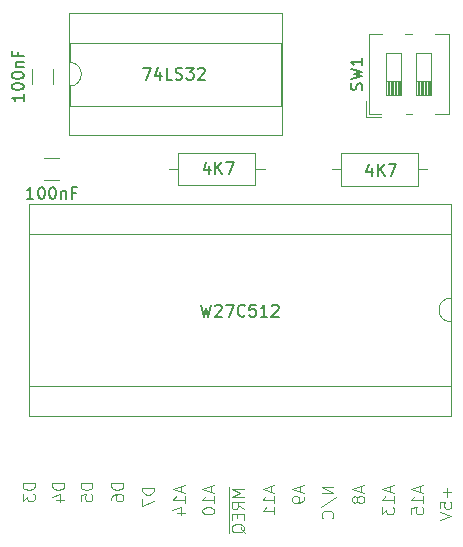
<source format=gbr>
%TF.GenerationSoftware,KiCad,Pcbnew,8.0.1*%
%TF.CreationDate,2024-04-05T09:22:38+02:00*%
%TF.ProjectId,zx-interface-2-rom,7a782d69-6e74-4657-9266-6163652d322d,rev?*%
%TF.SameCoordinates,Original*%
%TF.FileFunction,Legend,Top*%
%TF.FilePolarity,Positive*%
%FSLAX46Y46*%
G04 Gerber Fmt 4.6, Leading zero omitted, Abs format (unit mm)*
G04 Created by KiCad (PCBNEW 8.0.1) date 2024-04-05 09:22:38*
%MOMM*%
%LPD*%
G01*
G04 APERTURE LIST*
%ADD10C,0.150000*%
%ADD11C,0.100000*%
%ADD12C,0.120000*%
G04 APERTURE END LIST*
D10*
X114864285Y-60913152D02*
X114864285Y-61579819D01*
X114626190Y-60532200D02*
X114388095Y-61246485D01*
X114388095Y-61246485D02*
X115007142Y-61246485D01*
X115388095Y-61579819D02*
X115388095Y-60579819D01*
X115959523Y-61579819D02*
X115530952Y-61008390D01*
X115959523Y-60579819D02*
X115388095Y-61151247D01*
X116292857Y-60579819D02*
X116959523Y-60579819D01*
X116959523Y-60579819D02*
X116530952Y-61579819D01*
X86227380Y-63504819D02*
X85655952Y-63504819D01*
X85941666Y-63504819D02*
X85941666Y-62504819D01*
X85941666Y-62504819D02*
X85846428Y-62647676D01*
X85846428Y-62647676D02*
X85751190Y-62742914D01*
X85751190Y-62742914D02*
X85655952Y-62790533D01*
X86846428Y-62504819D02*
X86941666Y-62504819D01*
X86941666Y-62504819D02*
X87036904Y-62552438D01*
X87036904Y-62552438D02*
X87084523Y-62600057D01*
X87084523Y-62600057D02*
X87132142Y-62695295D01*
X87132142Y-62695295D02*
X87179761Y-62885771D01*
X87179761Y-62885771D02*
X87179761Y-63123866D01*
X87179761Y-63123866D02*
X87132142Y-63314342D01*
X87132142Y-63314342D02*
X87084523Y-63409580D01*
X87084523Y-63409580D02*
X87036904Y-63457200D01*
X87036904Y-63457200D02*
X86941666Y-63504819D01*
X86941666Y-63504819D02*
X86846428Y-63504819D01*
X86846428Y-63504819D02*
X86751190Y-63457200D01*
X86751190Y-63457200D02*
X86703571Y-63409580D01*
X86703571Y-63409580D02*
X86655952Y-63314342D01*
X86655952Y-63314342D02*
X86608333Y-63123866D01*
X86608333Y-63123866D02*
X86608333Y-62885771D01*
X86608333Y-62885771D02*
X86655952Y-62695295D01*
X86655952Y-62695295D02*
X86703571Y-62600057D01*
X86703571Y-62600057D02*
X86751190Y-62552438D01*
X86751190Y-62552438D02*
X86846428Y-62504819D01*
X87798809Y-62504819D02*
X87894047Y-62504819D01*
X87894047Y-62504819D02*
X87989285Y-62552438D01*
X87989285Y-62552438D02*
X88036904Y-62600057D01*
X88036904Y-62600057D02*
X88084523Y-62695295D01*
X88084523Y-62695295D02*
X88132142Y-62885771D01*
X88132142Y-62885771D02*
X88132142Y-63123866D01*
X88132142Y-63123866D02*
X88084523Y-63314342D01*
X88084523Y-63314342D02*
X88036904Y-63409580D01*
X88036904Y-63409580D02*
X87989285Y-63457200D01*
X87989285Y-63457200D02*
X87894047Y-63504819D01*
X87894047Y-63504819D02*
X87798809Y-63504819D01*
X87798809Y-63504819D02*
X87703571Y-63457200D01*
X87703571Y-63457200D02*
X87655952Y-63409580D01*
X87655952Y-63409580D02*
X87608333Y-63314342D01*
X87608333Y-63314342D02*
X87560714Y-63123866D01*
X87560714Y-63123866D02*
X87560714Y-62885771D01*
X87560714Y-62885771D02*
X87608333Y-62695295D01*
X87608333Y-62695295D02*
X87655952Y-62600057D01*
X87655952Y-62600057D02*
X87703571Y-62552438D01*
X87703571Y-62552438D02*
X87798809Y-62504819D01*
X88560714Y-62838152D02*
X88560714Y-63504819D01*
X88560714Y-62933390D02*
X88608333Y-62885771D01*
X88608333Y-62885771D02*
X88703571Y-62838152D01*
X88703571Y-62838152D02*
X88846428Y-62838152D01*
X88846428Y-62838152D02*
X88941666Y-62885771D01*
X88941666Y-62885771D02*
X88989285Y-62981009D01*
X88989285Y-62981009D02*
X88989285Y-63504819D01*
X89798809Y-62981009D02*
X89465476Y-62981009D01*
X89465476Y-63504819D02*
X89465476Y-62504819D01*
X89465476Y-62504819D02*
X89941666Y-62504819D01*
X100415476Y-72479819D02*
X100653571Y-73479819D01*
X100653571Y-73479819D02*
X100844047Y-72765533D01*
X100844047Y-72765533D02*
X101034523Y-73479819D01*
X101034523Y-73479819D02*
X101272619Y-72479819D01*
X101605952Y-72575057D02*
X101653571Y-72527438D01*
X101653571Y-72527438D02*
X101748809Y-72479819D01*
X101748809Y-72479819D02*
X101986904Y-72479819D01*
X101986904Y-72479819D02*
X102082142Y-72527438D01*
X102082142Y-72527438D02*
X102129761Y-72575057D01*
X102129761Y-72575057D02*
X102177380Y-72670295D01*
X102177380Y-72670295D02*
X102177380Y-72765533D01*
X102177380Y-72765533D02*
X102129761Y-72908390D01*
X102129761Y-72908390D02*
X101558333Y-73479819D01*
X101558333Y-73479819D02*
X102177380Y-73479819D01*
X102510714Y-72479819D02*
X103177380Y-72479819D01*
X103177380Y-72479819D02*
X102748809Y-73479819D01*
X104129761Y-73384580D02*
X104082142Y-73432200D01*
X104082142Y-73432200D02*
X103939285Y-73479819D01*
X103939285Y-73479819D02*
X103844047Y-73479819D01*
X103844047Y-73479819D02*
X103701190Y-73432200D01*
X103701190Y-73432200D02*
X103605952Y-73336961D01*
X103605952Y-73336961D02*
X103558333Y-73241723D01*
X103558333Y-73241723D02*
X103510714Y-73051247D01*
X103510714Y-73051247D02*
X103510714Y-72908390D01*
X103510714Y-72908390D02*
X103558333Y-72717914D01*
X103558333Y-72717914D02*
X103605952Y-72622676D01*
X103605952Y-72622676D02*
X103701190Y-72527438D01*
X103701190Y-72527438D02*
X103844047Y-72479819D01*
X103844047Y-72479819D02*
X103939285Y-72479819D01*
X103939285Y-72479819D02*
X104082142Y-72527438D01*
X104082142Y-72527438D02*
X104129761Y-72575057D01*
X105034523Y-72479819D02*
X104558333Y-72479819D01*
X104558333Y-72479819D02*
X104510714Y-72956009D01*
X104510714Y-72956009D02*
X104558333Y-72908390D01*
X104558333Y-72908390D02*
X104653571Y-72860771D01*
X104653571Y-72860771D02*
X104891666Y-72860771D01*
X104891666Y-72860771D02*
X104986904Y-72908390D01*
X104986904Y-72908390D02*
X105034523Y-72956009D01*
X105034523Y-72956009D02*
X105082142Y-73051247D01*
X105082142Y-73051247D02*
X105082142Y-73289342D01*
X105082142Y-73289342D02*
X105034523Y-73384580D01*
X105034523Y-73384580D02*
X104986904Y-73432200D01*
X104986904Y-73432200D02*
X104891666Y-73479819D01*
X104891666Y-73479819D02*
X104653571Y-73479819D01*
X104653571Y-73479819D02*
X104558333Y-73432200D01*
X104558333Y-73432200D02*
X104510714Y-73384580D01*
X106034523Y-73479819D02*
X105463095Y-73479819D01*
X105748809Y-73479819D02*
X105748809Y-72479819D01*
X105748809Y-72479819D02*
X105653571Y-72622676D01*
X105653571Y-72622676D02*
X105558333Y-72717914D01*
X105558333Y-72717914D02*
X105463095Y-72765533D01*
X106415476Y-72575057D02*
X106463095Y-72527438D01*
X106463095Y-72527438D02*
X106558333Y-72479819D01*
X106558333Y-72479819D02*
X106796428Y-72479819D01*
X106796428Y-72479819D02*
X106891666Y-72527438D01*
X106891666Y-72527438D02*
X106939285Y-72575057D01*
X106939285Y-72575057D02*
X106986904Y-72670295D01*
X106986904Y-72670295D02*
X106986904Y-72765533D01*
X106986904Y-72765533D02*
X106939285Y-72908390D01*
X106939285Y-72908390D02*
X106367857Y-73479819D01*
X106367857Y-73479819D02*
X106986904Y-73479819D01*
X85404819Y-54672619D02*
X85404819Y-55244047D01*
X85404819Y-54958333D02*
X84404819Y-54958333D01*
X84404819Y-54958333D02*
X84547676Y-55053571D01*
X84547676Y-55053571D02*
X84642914Y-55148809D01*
X84642914Y-55148809D02*
X84690533Y-55244047D01*
X84404819Y-54053571D02*
X84404819Y-53958333D01*
X84404819Y-53958333D02*
X84452438Y-53863095D01*
X84452438Y-53863095D02*
X84500057Y-53815476D01*
X84500057Y-53815476D02*
X84595295Y-53767857D01*
X84595295Y-53767857D02*
X84785771Y-53720238D01*
X84785771Y-53720238D02*
X85023866Y-53720238D01*
X85023866Y-53720238D02*
X85214342Y-53767857D01*
X85214342Y-53767857D02*
X85309580Y-53815476D01*
X85309580Y-53815476D02*
X85357200Y-53863095D01*
X85357200Y-53863095D02*
X85404819Y-53958333D01*
X85404819Y-53958333D02*
X85404819Y-54053571D01*
X85404819Y-54053571D02*
X85357200Y-54148809D01*
X85357200Y-54148809D02*
X85309580Y-54196428D01*
X85309580Y-54196428D02*
X85214342Y-54244047D01*
X85214342Y-54244047D02*
X85023866Y-54291666D01*
X85023866Y-54291666D02*
X84785771Y-54291666D01*
X84785771Y-54291666D02*
X84595295Y-54244047D01*
X84595295Y-54244047D02*
X84500057Y-54196428D01*
X84500057Y-54196428D02*
X84452438Y-54148809D01*
X84452438Y-54148809D02*
X84404819Y-54053571D01*
X84404819Y-53101190D02*
X84404819Y-53005952D01*
X84404819Y-53005952D02*
X84452438Y-52910714D01*
X84452438Y-52910714D02*
X84500057Y-52863095D01*
X84500057Y-52863095D02*
X84595295Y-52815476D01*
X84595295Y-52815476D02*
X84785771Y-52767857D01*
X84785771Y-52767857D02*
X85023866Y-52767857D01*
X85023866Y-52767857D02*
X85214342Y-52815476D01*
X85214342Y-52815476D02*
X85309580Y-52863095D01*
X85309580Y-52863095D02*
X85357200Y-52910714D01*
X85357200Y-52910714D02*
X85404819Y-53005952D01*
X85404819Y-53005952D02*
X85404819Y-53101190D01*
X85404819Y-53101190D02*
X85357200Y-53196428D01*
X85357200Y-53196428D02*
X85309580Y-53244047D01*
X85309580Y-53244047D02*
X85214342Y-53291666D01*
X85214342Y-53291666D02*
X85023866Y-53339285D01*
X85023866Y-53339285D02*
X84785771Y-53339285D01*
X84785771Y-53339285D02*
X84595295Y-53291666D01*
X84595295Y-53291666D02*
X84500057Y-53244047D01*
X84500057Y-53244047D02*
X84452438Y-53196428D01*
X84452438Y-53196428D02*
X84404819Y-53101190D01*
X84738152Y-52339285D02*
X85404819Y-52339285D01*
X84833390Y-52339285D02*
X84785771Y-52291666D01*
X84785771Y-52291666D02*
X84738152Y-52196428D01*
X84738152Y-52196428D02*
X84738152Y-52053571D01*
X84738152Y-52053571D02*
X84785771Y-51958333D01*
X84785771Y-51958333D02*
X84881009Y-51910714D01*
X84881009Y-51910714D02*
X85404819Y-51910714D01*
X84881009Y-51101190D02*
X84881009Y-51434523D01*
X85404819Y-51434523D02*
X84404819Y-51434523D01*
X84404819Y-51434523D02*
X84404819Y-50958333D01*
X114032200Y-54273332D02*
X114079819Y-54130475D01*
X114079819Y-54130475D02*
X114079819Y-53892380D01*
X114079819Y-53892380D02*
X114032200Y-53797142D01*
X114032200Y-53797142D02*
X113984580Y-53749523D01*
X113984580Y-53749523D02*
X113889342Y-53701904D01*
X113889342Y-53701904D02*
X113794104Y-53701904D01*
X113794104Y-53701904D02*
X113698866Y-53749523D01*
X113698866Y-53749523D02*
X113651247Y-53797142D01*
X113651247Y-53797142D02*
X113603628Y-53892380D01*
X113603628Y-53892380D02*
X113556009Y-54082856D01*
X113556009Y-54082856D02*
X113508390Y-54178094D01*
X113508390Y-54178094D02*
X113460771Y-54225713D01*
X113460771Y-54225713D02*
X113365533Y-54273332D01*
X113365533Y-54273332D02*
X113270295Y-54273332D01*
X113270295Y-54273332D02*
X113175057Y-54225713D01*
X113175057Y-54225713D02*
X113127438Y-54178094D01*
X113127438Y-54178094D02*
X113079819Y-54082856D01*
X113079819Y-54082856D02*
X113079819Y-53844761D01*
X113079819Y-53844761D02*
X113127438Y-53701904D01*
X113079819Y-53368570D02*
X114079819Y-53130475D01*
X114079819Y-53130475D02*
X113365533Y-52939999D01*
X113365533Y-52939999D02*
X114079819Y-52749523D01*
X114079819Y-52749523D02*
X113079819Y-52511428D01*
X114079819Y-51606666D02*
X114079819Y-52178094D01*
X114079819Y-51892380D02*
X113079819Y-51892380D01*
X113079819Y-51892380D02*
X113222676Y-51987618D01*
X113222676Y-51987618D02*
X113317914Y-52082856D01*
X113317914Y-52082856D02*
X113365533Y-52178094D01*
X101114285Y-60763152D02*
X101114285Y-61429819D01*
X100876190Y-60382200D02*
X100638095Y-61096485D01*
X100638095Y-61096485D02*
X101257142Y-61096485D01*
X101638095Y-61429819D02*
X101638095Y-60429819D01*
X102209523Y-61429819D02*
X101780952Y-60858390D01*
X102209523Y-60429819D02*
X101638095Y-61001247D01*
X102542857Y-60429819D02*
X103209523Y-60429819D01*
X103209523Y-60429819D02*
X102780952Y-61429819D01*
X95507143Y-52414819D02*
X96173809Y-52414819D01*
X96173809Y-52414819D02*
X95745238Y-53414819D01*
X96983333Y-52748152D02*
X96983333Y-53414819D01*
X96745238Y-52367200D02*
X96507143Y-53081485D01*
X96507143Y-53081485D02*
X97126190Y-53081485D01*
X97983333Y-53414819D02*
X97507143Y-53414819D01*
X97507143Y-53414819D02*
X97507143Y-52414819D01*
X98269048Y-53367200D02*
X98411905Y-53414819D01*
X98411905Y-53414819D02*
X98650000Y-53414819D01*
X98650000Y-53414819D02*
X98745238Y-53367200D01*
X98745238Y-53367200D02*
X98792857Y-53319580D01*
X98792857Y-53319580D02*
X98840476Y-53224342D01*
X98840476Y-53224342D02*
X98840476Y-53129104D01*
X98840476Y-53129104D02*
X98792857Y-53033866D01*
X98792857Y-53033866D02*
X98745238Y-52986247D01*
X98745238Y-52986247D02*
X98650000Y-52938628D01*
X98650000Y-52938628D02*
X98459524Y-52891009D01*
X98459524Y-52891009D02*
X98364286Y-52843390D01*
X98364286Y-52843390D02*
X98316667Y-52795771D01*
X98316667Y-52795771D02*
X98269048Y-52700533D01*
X98269048Y-52700533D02*
X98269048Y-52605295D01*
X98269048Y-52605295D02*
X98316667Y-52510057D01*
X98316667Y-52510057D02*
X98364286Y-52462438D01*
X98364286Y-52462438D02*
X98459524Y-52414819D01*
X98459524Y-52414819D02*
X98697619Y-52414819D01*
X98697619Y-52414819D02*
X98840476Y-52462438D01*
X99173810Y-52414819D02*
X99792857Y-52414819D01*
X99792857Y-52414819D02*
X99459524Y-52795771D01*
X99459524Y-52795771D02*
X99602381Y-52795771D01*
X99602381Y-52795771D02*
X99697619Y-52843390D01*
X99697619Y-52843390D02*
X99745238Y-52891009D01*
X99745238Y-52891009D02*
X99792857Y-52986247D01*
X99792857Y-52986247D02*
X99792857Y-53224342D01*
X99792857Y-53224342D02*
X99745238Y-53319580D01*
X99745238Y-53319580D02*
X99697619Y-53367200D01*
X99697619Y-53367200D02*
X99602381Y-53414819D01*
X99602381Y-53414819D02*
X99316667Y-53414819D01*
X99316667Y-53414819D02*
X99221429Y-53367200D01*
X99221429Y-53367200D02*
X99173810Y-53319580D01*
X100173810Y-52510057D02*
X100221429Y-52462438D01*
X100221429Y-52462438D02*
X100316667Y-52414819D01*
X100316667Y-52414819D02*
X100554762Y-52414819D01*
X100554762Y-52414819D02*
X100650000Y-52462438D01*
X100650000Y-52462438D02*
X100697619Y-52510057D01*
X100697619Y-52510057D02*
X100745238Y-52605295D01*
X100745238Y-52605295D02*
X100745238Y-52700533D01*
X100745238Y-52700533D02*
X100697619Y-52843390D01*
X100697619Y-52843390D02*
X100126191Y-53414819D01*
X100126191Y-53414819D02*
X100745238Y-53414819D01*
D11*
X98736704Y-87831265D02*
X98736704Y-88307455D01*
X99022419Y-87736027D02*
X98022419Y-88069360D01*
X98022419Y-88069360D02*
X99022419Y-88402693D01*
X99022419Y-89259836D02*
X99022419Y-88688408D01*
X99022419Y-88974122D02*
X98022419Y-88974122D01*
X98022419Y-88974122D02*
X98165276Y-88878884D01*
X98165276Y-88878884D02*
X98260514Y-88783646D01*
X98260514Y-88783646D02*
X98308133Y-88688408D01*
X98355752Y-90116979D02*
X99022419Y-90116979D01*
X97974800Y-89878884D02*
X98689085Y-89640789D01*
X98689085Y-89640789D02*
X98689085Y-90259836D01*
X96422419Y-87978884D02*
X95422419Y-87978884D01*
X95422419Y-87978884D02*
X95422419Y-88216979D01*
X95422419Y-88216979D02*
X95470038Y-88359836D01*
X95470038Y-88359836D02*
X95565276Y-88455074D01*
X95565276Y-88455074D02*
X95660514Y-88502693D01*
X95660514Y-88502693D02*
X95850990Y-88550312D01*
X95850990Y-88550312D02*
X95993847Y-88550312D01*
X95993847Y-88550312D02*
X96184323Y-88502693D01*
X96184323Y-88502693D02*
X96279561Y-88455074D01*
X96279561Y-88455074D02*
X96374800Y-88359836D01*
X96374800Y-88359836D02*
X96422419Y-88216979D01*
X96422419Y-88216979D02*
X96422419Y-87978884D01*
X95422419Y-88883646D02*
X95422419Y-89550312D01*
X95422419Y-89550312D02*
X96422419Y-89121741D01*
X101236704Y-87831265D02*
X101236704Y-88307455D01*
X101522419Y-87736027D02*
X100522419Y-88069360D01*
X100522419Y-88069360D02*
X101522419Y-88402693D01*
X101522419Y-89259836D02*
X101522419Y-88688408D01*
X101522419Y-88974122D02*
X100522419Y-88974122D01*
X100522419Y-88974122D02*
X100665276Y-88878884D01*
X100665276Y-88878884D02*
X100760514Y-88783646D01*
X100760514Y-88783646D02*
X100808133Y-88688408D01*
X100522419Y-89878884D02*
X100522419Y-89974122D01*
X100522419Y-89974122D02*
X100570038Y-90069360D01*
X100570038Y-90069360D02*
X100617657Y-90116979D01*
X100617657Y-90116979D02*
X100712895Y-90164598D01*
X100712895Y-90164598D02*
X100903371Y-90212217D01*
X100903371Y-90212217D02*
X101141466Y-90212217D01*
X101141466Y-90212217D02*
X101331942Y-90164598D01*
X101331942Y-90164598D02*
X101427180Y-90116979D01*
X101427180Y-90116979D02*
X101474800Y-90069360D01*
X101474800Y-90069360D02*
X101522419Y-89974122D01*
X101522419Y-89974122D02*
X101522419Y-89878884D01*
X101522419Y-89878884D02*
X101474800Y-89783646D01*
X101474800Y-89783646D02*
X101427180Y-89736027D01*
X101427180Y-89736027D02*
X101331942Y-89688408D01*
X101331942Y-89688408D02*
X101141466Y-89640789D01*
X101141466Y-89640789D02*
X100903371Y-89640789D01*
X100903371Y-89640789D02*
X100712895Y-89688408D01*
X100712895Y-89688408D02*
X100617657Y-89736027D01*
X100617657Y-89736027D02*
X100570038Y-89783646D01*
X100570038Y-89783646D02*
X100522419Y-89878884D01*
X93822419Y-87578884D02*
X92822419Y-87578884D01*
X92822419Y-87578884D02*
X92822419Y-87816979D01*
X92822419Y-87816979D02*
X92870038Y-87959836D01*
X92870038Y-87959836D02*
X92965276Y-88055074D01*
X92965276Y-88055074D02*
X93060514Y-88102693D01*
X93060514Y-88102693D02*
X93250990Y-88150312D01*
X93250990Y-88150312D02*
X93393847Y-88150312D01*
X93393847Y-88150312D02*
X93584323Y-88102693D01*
X93584323Y-88102693D02*
X93679561Y-88055074D01*
X93679561Y-88055074D02*
X93774800Y-87959836D01*
X93774800Y-87959836D02*
X93822419Y-87816979D01*
X93822419Y-87816979D02*
X93822419Y-87578884D01*
X92822419Y-89007455D02*
X92822419Y-88816979D01*
X92822419Y-88816979D02*
X92870038Y-88721741D01*
X92870038Y-88721741D02*
X92917657Y-88674122D01*
X92917657Y-88674122D02*
X93060514Y-88578884D01*
X93060514Y-88578884D02*
X93250990Y-88531265D01*
X93250990Y-88531265D02*
X93631942Y-88531265D01*
X93631942Y-88531265D02*
X93727180Y-88578884D01*
X93727180Y-88578884D02*
X93774800Y-88626503D01*
X93774800Y-88626503D02*
X93822419Y-88721741D01*
X93822419Y-88721741D02*
X93822419Y-88912217D01*
X93822419Y-88912217D02*
X93774800Y-89007455D01*
X93774800Y-89007455D02*
X93727180Y-89055074D01*
X93727180Y-89055074D02*
X93631942Y-89102693D01*
X93631942Y-89102693D02*
X93393847Y-89102693D01*
X93393847Y-89102693D02*
X93298609Y-89055074D01*
X93298609Y-89055074D02*
X93250990Y-89007455D01*
X93250990Y-89007455D02*
X93203371Y-88912217D01*
X93203371Y-88912217D02*
X93203371Y-88721741D01*
X93203371Y-88721741D02*
X93250990Y-88626503D01*
X93250990Y-88626503D02*
X93298609Y-88578884D01*
X93298609Y-88578884D02*
X93393847Y-88531265D01*
X118936704Y-87831265D02*
X118936704Y-88307455D01*
X119222419Y-87736027D02*
X118222419Y-88069360D01*
X118222419Y-88069360D02*
X119222419Y-88402693D01*
X119222419Y-89259836D02*
X119222419Y-88688408D01*
X119222419Y-88974122D02*
X118222419Y-88974122D01*
X118222419Y-88974122D02*
X118365276Y-88878884D01*
X118365276Y-88878884D02*
X118460514Y-88783646D01*
X118460514Y-88783646D02*
X118508133Y-88688408D01*
X118222419Y-90164598D02*
X118222419Y-89688408D01*
X118222419Y-89688408D02*
X118698609Y-89640789D01*
X118698609Y-89640789D02*
X118650990Y-89688408D01*
X118650990Y-89688408D02*
X118603371Y-89783646D01*
X118603371Y-89783646D02*
X118603371Y-90021741D01*
X118603371Y-90021741D02*
X118650990Y-90116979D01*
X118650990Y-90116979D02*
X118698609Y-90164598D01*
X118698609Y-90164598D02*
X118793847Y-90212217D01*
X118793847Y-90212217D02*
X119031942Y-90212217D01*
X119031942Y-90212217D02*
X119127180Y-90164598D01*
X119127180Y-90164598D02*
X119174800Y-90116979D01*
X119174800Y-90116979D02*
X119222419Y-90021741D01*
X119222419Y-90021741D02*
X119222419Y-89783646D01*
X119222419Y-89783646D02*
X119174800Y-89688408D01*
X119174800Y-89688408D02*
X119127180Y-89640789D01*
X116436704Y-87831265D02*
X116436704Y-88307455D01*
X116722419Y-87736027D02*
X115722419Y-88069360D01*
X115722419Y-88069360D02*
X116722419Y-88402693D01*
X116722419Y-89259836D02*
X116722419Y-88688408D01*
X116722419Y-88974122D02*
X115722419Y-88974122D01*
X115722419Y-88974122D02*
X115865276Y-88878884D01*
X115865276Y-88878884D02*
X115960514Y-88783646D01*
X115960514Y-88783646D02*
X116008133Y-88688408D01*
X115722419Y-89593170D02*
X115722419Y-90212217D01*
X115722419Y-90212217D02*
X116103371Y-89878884D01*
X116103371Y-89878884D02*
X116103371Y-90021741D01*
X116103371Y-90021741D02*
X116150990Y-90116979D01*
X116150990Y-90116979D02*
X116198609Y-90164598D01*
X116198609Y-90164598D02*
X116293847Y-90212217D01*
X116293847Y-90212217D02*
X116531942Y-90212217D01*
X116531942Y-90212217D02*
X116627180Y-90164598D01*
X116627180Y-90164598D02*
X116674800Y-90116979D01*
X116674800Y-90116979D02*
X116722419Y-90021741D01*
X116722419Y-90021741D02*
X116722419Y-89736027D01*
X116722419Y-89736027D02*
X116674800Y-89640789D01*
X116674800Y-89640789D02*
X116627180Y-89593170D01*
X86322419Y-87578884D02*
X85322419Y-87578884D01*
X85322419Y-87578884D02*
X85322419Y-87816979D01*
X85322419Y-87816979D02*
X85370038Y-87959836D01*
X85370038Y-87959836D02*
X85465276Y-88055074D01*
X85465276Y-88055074D02*
X85560514Y-88102693D01*
X85560514Y-88102693D02*
X85750990Y-88150312D01*
X85750990Y-88150312D02*
X85893847Y-88150312D01*
X85893847Y-88150312D02*
X86084323Y-88102693D01*
X86084323Y-88102693D02*
X86179561Y-88055074D01*
X86179561Y-88055074D02*
X86274800Y-87959836D01*
X86274800Y-87959836D02*
X86322419Y-87816979D01*
X86322419Y-87816979D02*
X86322419Y-87578884D01*
X85322419Y-88483646D02*
X85322419Y-89102693D01*
X85322419Y-89102693D02*
X85703371Y-88769360D01*
X85703371Y-88769360D02*
X85703371Y-88912217D01*
X85703371Y-88912217D02*
X85750990Y-89007455D01*
X85750990Y-89007455D02*
X85798609Y-89055074D01*
X85798609Y-89055074D02*
X85893847Y-89102693D01*
X85893847Y-89102693D02*
X86131942Y-89102693D01*
X86131942Y-89102693D02*
X86227180Y-89055074D01*
X86227180Y-89055074D02*
X86274800Y-89007455D01*
X86274800Y-89007455D02*
X86322419Y-88912217D01*
X86322419Y-88912217D02*
X86322419Y-88626503D01*
X86322419Y-88626503D02*
X86274800Y-88531265D01*
X86274800Y-88531265D02*
X86227180Y-88483646D01*
X104022419Y-88078884D02*
X103022419Y-88078884D01*
X103022419Y-88078884D02*
X103736704Y-88412217D01*
X103736704Y-88412217D02*
X103022419Y-88745550D01*
X103022419Y-88745550D02*
X104022419Y-88745550D01*
X104022419Y-89793169D02*
X103546228Y-89459836D01*
X104022419Y-89221741D02*
X103022419Y-89221741D01*
X103022419Y-89221741D02*
X103022419Y-89602693D01*
X103022419Y-89602693D02*
X103070038Y-89697931D01*
X103070038Y-89697931D02*
X103117657Y-89745550D01*
X103117657Y-89745550D02*
X103212895Y-89793169D01*
X103212895Y-89793169D02*
X103355752Y-89793169D01*
X103355752Y-89793169D02*
X103450990Y-89745550D01*
X103450990Y-89745550D02*
X103498609Y-89697931D01*
X103498609Y-89697931D02*
X103546228Y-89602693D01*
X103546228Y-89602693D02*
X103546228Y-89221741D01*
X103498609Y-90221741D02*
X103498609Y-90555074D01*
X104022419Y-90697931D02*
X104022419Y-90221741D01*
X104022419Y-90221741D02*
X103022419Y-90221741D01*
X103022419Y-90221741D02*
X103022419Y-90697931D01*
X104117657Y-91793169D02*
X104070038Y-91697931D01*
X104070038Y-91697931D02*
X103974800Y-91602693D01*
X103974800Y-91602693D02*
X103831942Y-91459836D01*
X103831942Y-91459836D02*
X103784323Y-91364598D01*
X103784323Y-91364598D02*
X103784323Y-91269360D01*
X104022419Y-91316979D02*
X103974800Y-91221741D01*
X103974800Y-91221741D02*
X103879561Y-91126503D01*
X103879561Y-91126503D02*
X103689085Y-91078884D01*
X103689085Y-91078884D02*
X103355752Y-91078884D01*
X103355752Y-91078884D02*
X103165276Y-91126503D01*
X103165276Y-91126503D02*
X103070038Y-91221741D01*
X103070038Y-91221741D02*
X103022419Y-91316979D01*
X103022419Y-91316979D02*
X103022419Y-91507455D01*
X103022419Y-91507455D02*
X103070038Y-91602693D01*
X103070038Y-91602693D02*
X103165276Y-91697931D01*
X103165276Y-91697931D02*
X103355752Y-91745550D01*
X103355752Y-91745550D02*
X103689085Y-91745550D01*
X103689085Y-91745550D02*
X103879561Y-91697931D01*
X103879561Y-91697931D02*
X103974800Y-91602693D01*
X103974800Y-91602693D02*
X104022419Y-91507455D01*
X104022419Y-91507455D02*
X104022419Y-91316979D01*
X102744800Y-87940789D02*
X102744800Y-91836027D01*
X88822419Y-87578884D02*
X87822419Y-87578884D01*
X87822419Y-87578884D02*
X87822419Y-87816979D01*
X87822419Y-87816979D02*
X87870038Y-87959836D01*
X87870038Y-87959836D02*
X87965276Y-88055074D01*
X87965276Y-88055074D02*
X88060514Y-88102693D01*
X88060514Y-88102693D02*
X88250990Y-88150312D01*
X88250990Y-88150312D02*
X88393847Y-88150312D01*
X88393847Y-88150312D02*
X88584323Y-88102693D01*
X88584323Y-88102693D02*
X88679561Y-88055074D01*
X88679561Y-88055074D02*
X88774800Y-87959836D01*
X88774800Y-87959836D02*
X88822419Y-87816979D01*
X88822419Y-87816979D02*
X88822419Y-87578884D01*
X88155752Y-89007455D02*
X88822419Y-89007455D01*
X87774800Y-88769360D02*
X88489085Y-88531265D01*
X88489085Y-88531265D02*
X88489085Y-89150312D01*
X121241466Y-87978884D02*
X121241466Y-88740789D01*
X121622419Y-88359836D02*
X120860514Y-88359836D01*
X120622419Y-89693169D02*
X120622419Y-89216979D01*
X120622419Y-89216979D02*
X121098609Y-89169360D01*
X121098609Y-89169360D02*
X121050990Y-89216979D01*
X121050990Y-89216979D02*
X121003371Y-89312217D01*
X121003371Y-89312217D02*
X121003371Y-89550312D01*
X121003371Y-89550312D02*
X121050990Y-89645550D01*
X121050990Y-89645550D02*
X121098609Y-89693169D01*
X121098609Y-89693169D02*
X121193847Y-89740788D01*
X121193847Y-89740788D02*
X121431942Y-89740788D01*
X121431942Y-89740788D02*
X121527180Y-89693169D01*
X121527180Y-89693169D02*
X121574800Y-89645550D01*
X121574800Y-89645550D02*
X121622419Y-89550312D01*
X121622419Y-89550312D02*
X121622419Y-89312217D01*
X121622419Y-89312217D02*
X121574800Y-89216979D01*
X121574800Y-89216979D02*
X121527180Y-89169360D01*
X120622419Y-90026503D02*
X121622419Y-90359836D01*
X121622419Y-90359836D02*
X120622419Y-90693169D01*
X91222419Y-87578884D02*
X90222419Y-87578884D01*
X90222419Y-87578884D02*
X90222419Y-87816979D01*
X90222419Y-87816979D02*
X90270038Y-87959836D01*
X90270038Y-87959836D02*
X90365276Y-88055074D01*
X90365276Y-88055074D02*
X90460514Y-88102693D01*
X90460514Y-88102693D02*
X90650990Y-88150312D01*
X90650990Y-88150312D02*
X90793847Y-88150312D01*
X90793847Y-88150312D02*
X90984323Y-88102693D01*
X90984323Y-88102693D02*
X91079561Y-88055074D01*
X91079561Y-88055074D02*
X91174800Y-87959836D01*
X91174800Y-87959836D02*
X91222419Y-87816979D01*
X91222419Y-87816979D02*
X91222419Y-87578884D01*
X90222419Y-89055074D02*
X90222419Y-88578884D01*
X90222419Y-88578884D02*
X90698609Y-88531265D01*
X90698609Y-88531265D02*
X90650990Y-88578884D01*
X90650990Y-88578884D02*
X90603371Y-88674122D01*
X90603371Y-88674122D02*
X90603371Y-88912217D01*
X90603371Y-88912217D02*
X90650990Y-89007455D01*
X90650990Y-89007455D02*
X90698609Y-89055074D01*
X90698609Y-89055074D02*
X90793847Y-89102693D01*
X90793847Y-89102693D02*
X91031942Y-89102693D01*
X91031942Y-89102693D02*
X91127180Y-89055074D01*
X91127180Y-89055074D02*
X91174800Y-89007455D01*
X91174800Y-89007455D02*
X91222419Y-88912217D01*
X91222419Y-88912217D02*
X91222419Y-88674122D01*
X91222419Y-88674122D02*
X91174800Y-88578884D01*
X91174800Y-88578884D02*
X91127180Y-88531265D01*
X106336704Y-87831265D02*
X106336704Y-88307455D01*
X106622419Y-87736027D02*
X105622419Y-88069360D01*
X105622419Y-88069360D02*
X106622419Y-88402693D01*
X106622419Y-89259836D02*
X106622419Y-88688408D01*
X106622419Y-88974122D02*
X105622419Y-88974122D01*
X105622419Y-88974122D02*
X105765276Y-88878884D01*
X105765276Y-88878884D02*
X105860514Y-88783646D01*
X105860514Y-88783646D02*
X105908133Y-88688408D01*
X106622419Y-90212217D02*
X106622419Y-89640789D01*
X106622419Y-89926503D02*
X105622419Y-89926503D01*
X105622419Y-89926503D02*
X105765276Y-89831265D01*
X105765276Y-89831265D02*
X105860514Y-89736027D01*
X105860514Y-89736027D02*
X105908133Y-89640789D01*
X111622419Y-87878884D02*
X110622419Y-87878884D01*
X110622419Y-87878884D02*
X111622419Y-88450312D01*
X111622419Y-88450312D02*
X110622419Y-88450312D01*
X110574800Y-89640788D02*
X111860514Y-88783646D01*
X111527180Y-90545550D02*
X111574800Y-90497931D01*
X111574800Y-90497931D02*
X111622419Y-90355074D01*
X111622419Y-90355074D02*
X111622419Y-90259836D01*
X111622419Y-90259836D02*
X111574800Y-90116979D01*
X111574800Y-90116979D02*
X111479561Y-90021741D01*
X111479561Y-90021741D02*
X111384323Y-89974122D01*
X111384323Y-89974122D02*
X111193847Y-89926503D01*
X111193847Y-89926503D02*
X111050990Y-89926503D01*
X111050990Y-89926503D02*
X110860514Y-89974122D01*
X110860514Y-89974122D02*
X110765276Y-90021741D01*
X110765276Y-90021741D02*
X110670038Y-90116979D01*
X110670038Y-90116979D02*
X110622419Y-90259836D01*
X110622419Y-90259836D02*
X110622419Y-90355074D01*
X110622419Y-90355074D02*
X110670038Y-90497931D01*
X110670038Y-90497931D02*
X110717657Y-90545550D01*
X113936704Y-87831265D02*
X113936704Y-88307455D01*
X114222419Y-87736027D02*
X113222419Y-88069360D01*
X113222419Y-88069360D02*
X114222419Y-88402693D01*
X113650990Y-88878884D02*
X113603371Y-88783646D01*
X113603371Y-88783646D02*
X113555752Y-88736027D01*
X113555752Y-88736027D02*
X113460514Y-88688408D01*
X113460514Y-88688408D02*
X113412895Y-88688408D01*
X113412895Y-88688408D02*
X113317657Y-88736027D01*
X113317657Y-88736027D02*
X113270038Y-88783646D01*
X113270038Y-88783646D02*
X113222419Y-88878884D01*
X113222419Y-88878884D02*
X113222419Y-89069360D01*
X113222419Y-89069360D02*
X113270038Y-89164598D01*
X113270038Y-89164598D02*
X113317657Y-89212217D01*
X113317657Y-89212217D02*
X113412895Y-89259836D01*
X113412895Y-89259836D02*
X113460514Y-89259836D01*
X113460514Y-89259836D02*
X113555752Y-89212217D01*
X113555752Y-89212217D02*
X113603371Y-89164598D01*
X113603371Y-89164598D02*
X113650990Y-89069360D01*
X113650990Y-89069360D02*
X113650990Y-88878884D01*
X113650990Y-88878884D02*
X113698609Y-88783646D01*
X113698609Y-88783646D02*
X113746228Y-88736027D01*
X113746228Y-88736027D02*
X113841466Y-88688408D01*
X113841466Y-88688408D02*
X114031942Y-88688408D01*
X114031942Y-88688408D02*
X114127180Y-88736027D01*
X114127180Y-88736027D02*
X114174800Y-88783646D01*
X114174800Y-88783646D02*
X114222419Y-88878884D01*
X114222419Y-88878884D02*
X114222419Y-89069360D01*
X114222419Y-89069360D02*
X114174800Y-89164598D01*
X114174800Y-89164598D02*
X114127180Y-89212217D01*
X114127180Y-89212217D02*
X114031942Y-89259836D01*
X114031942Y-89259836D02*
X113841466Y-89259836D01*
X113841466Y-89259836D02*
X113746228Y-89212217D01*
X113746228Y-89212217D02*
X113698609Y-89164598D01*
X113698609Y-89164598D02*
X113650990Y-89069360D01*
X108836704Y-87831265D02*
X108836704Y-88307455D01*
X109122419Y-87736027D02*
X108122419Y-88069360D01*
X108122419Y-88069360D02*
X109122419Y-88402693D01*
X109122419Y-88783646D02*
X109122419Y-88974122D01*
X109122419Y-88974122D02*
X109074800Y-89069360D01*
X109074800Y-89069360D02*
X109027180Y-89116979D01*
X109027180Y-89116979D02*
X108884323Y-89212217D01*
X108884323Y-89212217D02*
X108693847Y-89259836D01*
X108693847Y-89259836D02*
X108312895Y-89259836D01*
X108312895Y-89259836D02*
X108217657Y-89212217D01*
X108217657Y-89212217D02*
X108170038Y-89164598D01*
X108170038Y-89164598D02*
X108122419Y-89069360D01*
X108122419Y-89069360D02*
X108122419Y-88878884D01*
X108122419Y-88878884D02*
X108170038Y-88783646D01*
X108170038Y-88783646D02*
X108217657Y-88736027D01*
X108217657Y-88736027D02*
X108312895Y-88688408D01*
X108312895Y-88688408D02*
X108550990Y-88688408D01*
X108550990Y-88688408D02*
X108646228Y-88736027D01*
X108646228Y-88736027D02*
X108693847Y-88783646D01*
X108693847Y-88783646D02*
X108741466Y-88878884D01*
X108741466Y-88878884D02*
X108741466Y-89069360D01*
X108741466Y-89069360D02*
X108693847Y-89164598D01*
X108693847Y-89164598D02*
X108646228Y-89212217D01*
X108646228Y-89212217D02*
X108550990Y-89259836D01*
D12*
%TO.C,R2*%
X111480000Y-61025000D02*
X112250000Y-61025000D01*
X112250000Y-59655000D02*
X112250000Y-62395000D01*
X112250000Y-62395000D02*
X118790000Y-62395000D01*
X118790000Y-59655000D02*
X112250000Y-59655000D01*
X118790000Y-62395000D02*
X118790000Y-59655000D01*
X119560000Y-61025000D02*
X118790000Y-61025000D01*
%TO.C,C2*%
X87146000Y-60080000D02*
X88404000Y-60080000D01*
X87146000Y-61920000D02*
X88404000Y-61920000D01*
%TO.C,U1*%
X85820000Y-63970000D02*
X85820000Y-81870000D01*
X85820000Y-81870000D02*
X121620000Y-81870000D01*
X85880000Y-66460000D02*
X85880000Y-79380000D01*
X85880000Y-79380000D02*
X121560000Y-79380000D01*
X121560000Y-66460000D02*
X85880000Y-66460000D01*
X121560000Y-71920000D02*
X121560000Y-66460000D01*
X121560000Y-79380000D02*
X121560000Y-73920000D01*
X121620000Y-63970000D02*
X85820000Y-63970000D01*
X121620000Y-81870000D02*
X121620000Y-63970000D01*
X121560000Y-73920000D02*
G75*
G02*
X121560000Y-71920000I0J1000000D01*
G01*
%TO.C,C1*%
X86080000Y-52496000D02*
X86080000Y-53754000D01*
X87920000Y-52496000D02*
X87920000Y-53754000D01*
%TO.C,SW1*%
X114385000Y-56590000D02*
X114385000Y-55207000D01*
X114385000Y-56590000D02*
X115695000Y-56590000D01*
X114625000Y-49529000D02*
X115745000Y-49529000D01*
X114625000Y-56350000D02*
X114625000Y-49529000D01*
X114625000Y-56350000D02*
X115695000Y-56350000D01*
X116100000Y-51130000D02*
X116100000Y-54750000D01*
X116100000Y-53543333D02*
X117370000Y-53543333D01*
X116100000Y-54750000D02*
X117370000Y-54750000D01*
X116220000Y-54750000D02*
X116220000Y-53543333D01*
X116340000Y-54750000D02*
X116340000Y-53543333D01*
X116460000Y-54750000D02*
X116460000Y-53543333D01*
X116580000Y-54750000D02*
X116580000Y-53543333D01*
X116700000Y-54750000D02*
X116700000Y-53543333D01*
X116820000Y-54750000D02*
X116820000Y-53543333D01*
X116940000Y-54750000D02*
X116940000Y-53543333D01*
X117060000Y-54750000D02*
X117060000Y-53543333D01*
X117180000Y-54750000D02*
X117180000Y-53543333D01*
X117300000Y-54750000D02*
X117300000Y-53543333D01*
X117370000Y-51130000D02*
X116100000Y-51130000D01*
X117370000Y-54750000D02*
X117370000Y-51130000D01*
X117725000Y-49529000D02*
X118286000Y-49529000D01*
X117775000Y-56350000D02*
X118286000Y-56350000D01*
X118640000Y-51130000D02*
X118640000Y-54750000D01*
X118640000Y-53543333D02*
X119910000Y-53543333D01*
X118640000Y-54750000D02*
X119910000Y-54750000D01*
X118760000Y-54750000D02*
X118760000Y-53543333D01*
X118880000Y-54750000D02*
X118880000Y-53543333D01*
X119000000Y-54750000D02*
X119000000Y-53543333D01*
X119120000Y-54750000D02*
X119120000Y-53543333D01*
X119240000Y-54750000D02*
X119240000Y-53543333D01*
X119360000Y-54750000D02*
X119360000Y-53543333D01*
X119480000Y-54750000D02*
X119480000Y-53543333D01*
X119600000Y-54750000D02*
X119600000Y-53543333D01*
X119720000Y-54750000D02*
X119720000Y-53543333D01*
X119840000Y-54750000D02*
X119840000Y-53543333D01*
X119910000Y-51130000D02*
X118640000Y-51130000D01*
X119910000Y-54750000D02*
X119910000Y-51130000D01*
X120265000Y-49529000D02*
X121385000Y-49529000D01*
X120265000Y-56350000D02*
X121385000Y-56350000D01*
X121385000Y-56350000D02*
X121385000Y-49529000D01*
%TO.C,R1*%
X97710000Y-61000000D02*
X98480000Y-61000000D01*
X98480000Y-59630000D02*
X98480000Y-62370000D01*
X98480000Y-62370000D02*
X105020000Y-62370000D01*
X105020000Y-59630000D02*
X98480000Y-59630000D01*
X105020000Y-62370000D02*
X105020000Y-59630000D01*
X105790000Y-61000000D02*
X105020000Y-61000000D01*
%TO.C,U2*%
X89220000Y-47820000D02*
X89220000Y-58100000D01*
X89220000Y-58100000D02*
X107240000Y-58100000D01*
X89280000Y-50310000D02*
X89280000Y-51960000D01*
X89280000Y-53960000D02*
X89280000Y-55610000D01*
X89280000Y-55610000D02*
X107180000Y-55610000D01*
X107180000Y-50310000D02*
X89280000Y-50310000D01*
X107180000Y-55610000D02*
X107180000Y-50310000D01*
X107240000Y-47820000D02*
X89220000Y-47820000D01*
X107240000Y-58100000D02*
X107240000Y-47820000D01*
X89280000Y-51960000D02*
G75*
G02*
X89280000Y-53960000I0J-1000000D01*
G01*
%TD*%
M02*

</source>
